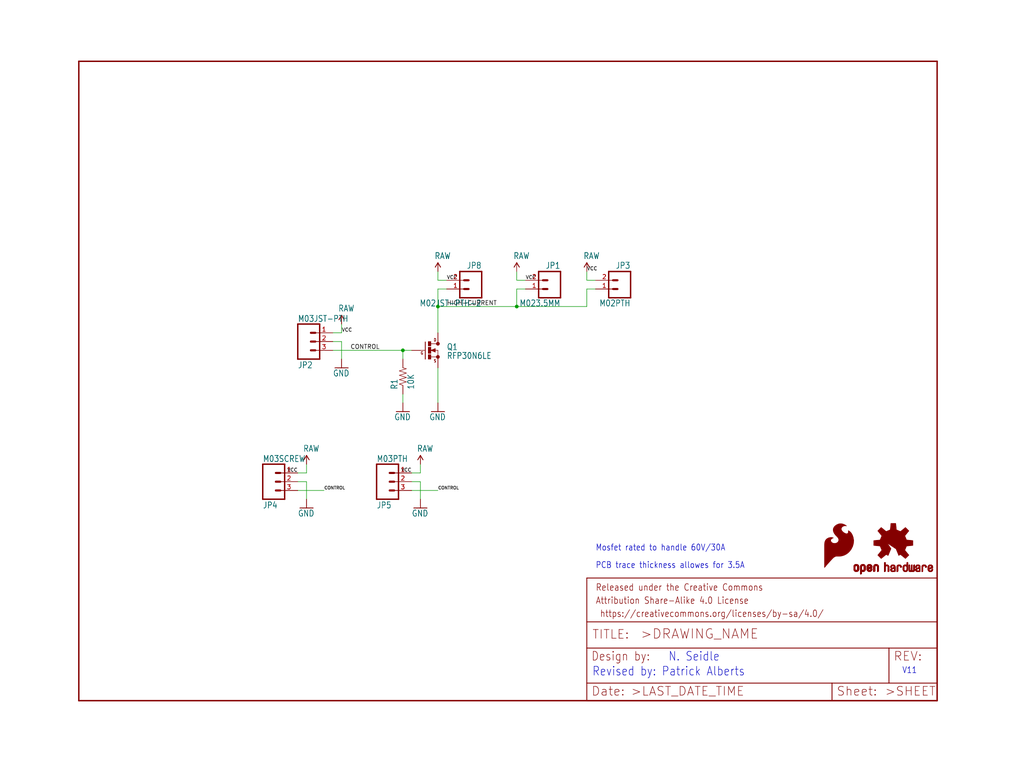
<source format=kicad_sch>
(kicad_sch (version 20211123) (generator eeschema)
  (paper "User" 297.002 223.926)
  (lib_symbols
    (symbol "eagleSchem-eagle-import:FRAME-LETTER"
      (symbol "FRAME-LETTER_2_0"
        (text " https://creativecommons.org/licenses/by-sa/4.0/" (at 2.54 24.13 0) (effects (font (size 1.9304 1.6408)) (justify left bottom)))
        (text ">DRAWING_NAME" (at 15.494 17.78 0) (effects (font (size 2.7432 2.7432)) (justify left bottom)))
        (text ">LAST_DATE_TIME" (at 12.7 1.27 0) (effects (font (size 2.54 2.54)) (justify left bottom)))
        (text ">SHEET" (at 86.36 1.27 0) (effects (font (size 2.54 2.54)) (justify left bottom)))
        (text "Attribution Share-Alike 4.0 License" (at 2.54 27.94 0) (effects (font (size 1.9304 1.6408)) (justify left bottom)))
        (text "Date:" (at 1.27 1.27 0) (effects (font (size 2.54 2.54)) (justify left bottom)))
        (text "Design by:" (at 1.27 11.43 0) (effects (font (size 2.54 2.159)) (justify left bottom)))
        (text "Released under the Creative Commons" (at 2.54 31.75 0) (effects (font (size 1.9304 1.6408)) (justify left bottom)))
        (text "REV:" (at 88.9 11.43 0) (effects (font (size 2.54 2.54)) (justify left bottom)))
        (text "Sheet:" (at 72.39 1.27 0) (effects (font (size 2.54 2.54)) (justify left bottom)))
        (text "TITLE:" (at 1.524 17.78 0) (effects (font (size 2.54 2.54)) (justify left bottom)))
      )
    )
    (symbol "eagleSchem-eagle-import:GND" (power)
      (property "Value" "GND" (at -2.54 -2.54 0))
      (symbol "GND_1_0"
        (pin power_in line (at 0 2.54 270) (length 2.54) (name "GND") (number "1"))
      )
    )
    (symbol "eagleSchem-eagle-import:M023.5MM"
      (property "Reference" "JP" (at -2.54 5.842 0))
      (property "Value" "M023.5MM" (at -2.54 -5.08 0))
      (symbol "M023.5MM_1_0"
        (pin passive line (at 7.62 0 180) (length 5.08) (name "1") (number "1"))
        (pin passive line (at 7.62 2.54 180) (length 5.08) (name "2") (number "2"))
      )
    )
    (symbol "eagleSchem-eagle-import:M02JST-PTH-2"
      (property "Reference" "JP" (at -2.54 5.842 0))
      (property "Value" "M02JST-PTH-2" (at -2.54 -5.08 0))
      (symbol "M02JST-PTH-2_1_0"
        (pin passive line (at 7.62 0 180) (length 5.08) (name "1") (number "1"))
        (pin passive line (at 7.62 2.54 180) (length 5.08) (name "2") (number "2"))
      )
    )
    (symbol "eagleSchem-eagle-import:M02PTH"
      (property "Reference" "JP" (at -2.54 5.842 0))
      (property "Value" "M02PTH" (at -2.54 -5.08 0))
      (symbol "M02PTH_1_0"
        (pin passive line (at 7.62 0 180) (length 5.08) (name "1") (number "1"))
        (pin passive line (at 7.62 2.54 180) (length 5.08) (name "2") (number "2"))
      )
    )
    (symbol "eagleSchem-eagle-import:M03JST-PTH"
      (property "Reference" "JP" (at -2.54 5.842 0))
      (property "Value" "M03JST-PTH" (at -2.54 -7.62 0))
      (symbol "M03JST-PTH_1_0"
        (pin passive line (at 7.62 -2.54 180) (length 5.08) (name "1") (number "1"))
        (pin passive line (at 7.62 0 180) (length 5.08) (name "2") (number "2"))
        (pin passive line (at 7.62 2.54 180) (length 5.08) (name "3") (number "3"))
      )
    )
    (symbol "eagleSchem-eagle-import:M03PTH"
      (property "Reference" "JP" (at -2.54 5.842 0))
      (property "Value" "M03PTH" (at -2.54 -7.62 0))
      (symbol "M03PTH_1_0"
        (pin passive line (at 7.62 -2.54 180) (length 5.08) (name "1") (number "1"))
        (pin passive line (at 7.62 0 180) (length 5.08) (name "2") (number "2"))
        (pin passive line (at 7.62 2.54 180) (length 5.08) (name "3") (number "3"))
      )
    )
    (symbol "eagleSchem-eagle-import:M03SCREW"
      (property "Reference" "JP" (at -2.54 5.842 0))
      (property "Value" "M03SCREW" (at -2.54 -7.62 0))
      (symbol "M03SCREW_1_0"
        (pin passive line (at 7.62 -2.54 180) (length 5.08) (name "1") (number "1"))
        (pin passive line (at 7.62 0 180) (length 5.08) (name "2") (number "2"))
        (pin passive line (at 7.62 2.54 180) (length 5.08) (name "3") (number "3"))
      )
    )
    (symbol "eagleSchem-eagle-import:MOSFET-NCHANNELPTH2"
      (property "Reference" "Q" (at 2.54 0 0))
      (property "Value" "MOSFET-NCHANNELPTH2" (at 2.54 -2.54 0))
      (symbol "MOSFET-NCHANNELPTH2_1_0"
        (text "D" (at -1.27 2.54 0) (effects (font (size 0.8128 0.6908)) (justify left bottom)))
        (text "G" (at -5.08 -1.27 0) (effects (font (size 0.8128 0.6908)) (justify left bottom)))
        (text "S" (at -1.27 -3.556 0) (effects (font (size 0.8128 0.6908)) (justify left bottom)))
        (pin passive line (at -7.62 0 0) (length 2.54) (name "G") (number "1"))
        (pin passive line (at 0 5.08 270) (length 2.54) (name "D") (number "2"))
        (pin passive line (at 0 -5.08 90) (length 2.54) (name "S") (number "3"))
      )
    )
    (symbol "eagleSchem-eagle-import:OSHW-LOGOS")
    (symbol "eagleSchem-eagle-import:RESISTORPTH1"
      (property "Reference" "R" (at -3.81 1.4986 0))
      (property "Value" "RESISTORPTH1" (at -3.81 -3.302 0))
      (symbol "RESISTORPTH1_1_0"
        (pin passive line (at -5.08 0 0) (length 2.54) (name "1") (number "P$1"))
        (pin passive line (at 5.08 0 180) (length 2.54) (name "2") (number "P$2"))
      )
    )
    (symbol "eagleSchem-eagle-import:SFE_LOGO_FLAME.1_INCH")
    (symbol "eagleSchem-eagle-import:VCC" (power)
      (property "Value" "VCC" (at -1.016 3.556 0))
      (symbol "VCC_1_0"
        (pin power_in line (at 0 0 90) (length 2.54) (name "VCC") (number "1"))
      )
    )
  )
  (junction (at 127 88.9))
  (junction (at 116.84 101.6))
  (junction (at 149.86 88.9))
  (wire (pts (xy 86.36 137.16) (xy 88.9 137.16)))
  (wire (pts (xy 119.38 137.16) (xy 121.92 137.16)))
  (wire (pts (xy 127 88.9) (xy 127 96.52)))
  (wire (pts (xy 170.18 83.82) (xy 170.18 88.9)))
  (wire (pts (xy 149.86 88.9) (xy 127 88.9)))
  (wire (pts (xy 129.54 81.28) (xy 127 81.28)))
  (wire (pts (xy 119.38 139.7) (xy 121.92 139.7)))
  (wire (pts (xy 127 81.28) (xy 127 78.74)))
  (wire (pts (xy 86.36 139.7) (xy 88.9 139.7)))
  (wire (pts (xy 127 116.84) (xy 127 106.68)))
  (wire (pts (xy 99.06 96.52) (xy 99.06 93.98)))
  (wire (pts (xy 96.52 99.06) (xy 99.06 99.06)))
  (wire (pts (xy 88.9 139.7) (xy 88.9 144.78)))
  (wire (pts (xy 170.18 81.28) (xy 172.72 81.28)))
  (wire (pts (xy 121.92 137.16) (xy 121.92 134.62)))
  (wire (pts (xy 149.86 83.82) (xy 149.86 88.9)))
  (wire (pts (xy 116.84 116.84) (xy 116.84 114.3)))
  (wire (pts (xy 119.38 142.24) (xy 127 142.24)))
  (wire (pts (xy 129.54 83.82) (xy 127 83.82)))
  (wire (pts (xy 119.38 101.6) (xy 116.84 101.6)))
  (wire (pts (xy 170.18 78.74) (xy 170.18 81.28)))
  (wire (pts (xy 116.84 101.6) (xy 116.84 104.14)))
  (wire (pts (xy 152.4 83.82) (xy 149.86 83.82)))
  (wire (pts (xy 88.9 137.16) (xy 88.9 134.62)))
  (wire (pts (xy 96.52 101.6) (xy 116.84 101.6)))
  (wire (pts (xy 121.92 139.7) (xy 121.92 144.78)))
  (wire (pts (xy 99.06 96.52) (xy 96.52 96.52)))
  (wire (pts (xy 172.72 83.82) (xy 170.18 83.82)))
  (wire (pts (xy 152.4 81.28) (xy 149.86 81.28)))
  (wire (pts (xy 170.18 88.9) (xy 149.86 88.9)))
  (wire (pts (xy 99.06 99.06) (xy 99.06 104.14)))
  (wire (pts (xy 149.86 81.28) (xy 149.86 78.74)))
  (wire (pts (xy 86.36 142.24) (xy 93.98 142.24)))
  (wire (pts (xy 127 83.82) (xy 127 88.9)))
  (text "Revised by: Patrick Alberts" (at 171.704 196.342 180) (effects (font (size 2.54 2.159)) (justify left bottom)))
  (text "N. Seidle" (at 193.802 192.024 180) (effects (font (size 2.54 2.159)) (justify left bottom)))
  (text "Mosfet rated to handle 60V/30A" (at 172.72 160.02 180) (effects (font (size 1.778 1.5113)) (justify left bottom)))
  (text "V11" (at 261.62 195.58 180) (effects (font (size 1.778 1.5113)) (justify left bottom)))
  (text "PCB trace thickness allowes for 3.5A" (at 172.72 165.1 180) (effects (font (size 1.778 1.5113)) (justify left bottom)))
  (label "VCC" (at 99.06 96.52 0) (effects (font (size 1.016 1.016))))
  (label "CONTROL" (at 93.98 142.24 0) (effects (font (size 0.889 0.889))))
  (label "VCC" (at 170.18 78.74 0) (effects (font (size 1.016 1.016))))
  (label "HIGH-CURRENT" (at 129.54 88.9 0) (effects (font (size 1.2446 1.2446))))
  (label "CONTROL" (at 127 142.24 0) (effects (font (size 0.889 0.889))))
  (label "VCC" (at 152.4 81.28 0) (effects (font (size 1.016 1.016))))
  (label "VCC" (at 129.54 81.28 0) (effects (font (size 1.016 1.016))))
  (label "VCC" (at 86.36 137.16 180) (effects (font (size 1.016 1.016))))
  (label "VCC" (at 119.38 137.16 180) (effects (font (size 1.016 1.016))))
  (label "CONTROL" (at 101.6 101.6 0) (effects (font (size 1.2446 1.2446))))
  (symbol (lib_id "eagleSchem-eagle-import:GND") (at 88.9 147.32 0) (unit 1)
    (property "Reference" "#GND3" (effects hide))
    (property "Value" "GND" (at 86.36 149.86 0) (effects (font (size 1.778 1.5113)) (justify left bottom)))
    (property "Footprint" "eagleSchem:" (effects hide))
  )
  (symbol (lib_id "eagleSchem-eagle-import:SFE_LOGO_FLAME.1_INCH") (at 238.76 165.1 0) (unit 1)
    (property "Reference" "LOGO2" (effects hide))
    (property "Value" "SFE_LOGO_FLAME.1_INCH" (effects hide))
    (property "Footprint" "eagleSchem:SFE_LOGO_FLAME_.1" (effects hide))
  )
  (symbol (lib_id "eagleSchem-eagle-import:M02JST-PTH-2") (at 137.16 83.82 0) (mirror y) (unit 1)
    (property "Reference" "JP8" (at 139.7 77.978 0) (effects (font (size 1.778 1.5113)) (justify left bottom)))
    (property "Value" "M02JST-PTH-2" (at 139.7 88.9 0) (effects (font (size 1.778 1.5113)) (justify left bottom)))
    (property "Footprint" "eagleSchem:JST-2-PTH" (effects hide))
  )
  (symbol (lib_id "eagleSchem-eagle-import:GND") (at 116.84 119.38 0) (unit 1)
    (property "Reference" "#GND1" (effects hide))
    (property "Value" "GND" (at 114.3 121.92 0) (effects (font (size 1.778 1.5113)) (justify left bottom)))
    (property "Footprint" "eagleSchem:" (effects hide))
  )
  (symbol (lib_id "eagleSchem-eagle-import:GND") (at 121.92 147.32 0) (unit 1)
    (property "Reference" "#GND4" (effects hide))
    (property "Value" "GND" (at 119.38 149.86 0) (effects (font (size 1.778 1.5113)) (justify left bottom)))
    (property "Footprint" "eagleSchem:" (effects hide))
  )
  (symbol (lib_id "eagleSchem-eagle-import:VCC") (at 99.06 93.98 0) (unit 1)
    (property "Reference" "#P+1" (effects hide))
    (property "Value" "RAW" (at 98.044 90.424 0) (effects (font (size 1.778 1.5113)) (justify left bottom)))
    (property "Footprint" "eagleSchem:" (effects hide))
  )
  (symbol (lib_id "eagleSchem-eagle-import:VCC") (at 121.92 134.62 0) (unit 1)
    (property "Reference" "#P+6" (effects hide))
    (property "Value" "RAW" (at 120.904 131.064 0) (effects (font (size 1.778 1.5113)) (justify left bottom)))
    (property "Footprint" "eagleSchem:" (effects hide))
  )
  (symbol (lib_id "eagleSchem-eagle-import:M03PTH") (at 111.76 139.7 0) (mirror x) (unit 1)
    (property "Reference" "JP5" (at 109.22 145.542 0) (effects (font (size 1.778 1.5113)) (justify left bottom)))
    (property "Value" "M03PTH" (at 109.22 132.08 0) (effects (font (size 1.778 1.5113)) (justify left bottom)))
    (property "Footprint" "eagleSchem:1X03" (effects hide))
  )
  (symbol (lib_id "eagleSchem-eagle-import:VCC") (at 127 78.74 0) (unit 1)
    (property "Reference" "#P+2" (effects hide))
    (property "Value" "RAW" (at 125.984 75.184 0) (effects (font (size 1.778 1.5113)) (justify left bottom)))
    (property "Footprint" "eagleSchem:" (effects hide))
  )
  (symbol (lib_id "eagleSchem-eagle-import:MOSFET-NCHANNELPTH2") (at 127 101.6 0) (unit 1)
    (property "Reference" "Q1" (at 129.54 101.6 0) (effects (font (size 1.778 1.5113)) (justify left bottom)))
    (property "Value" "RFP30N6LE" (at 129.54 104.14 0) (effects (font (size 1.778 1.5113)) (justify left bottom)))
    (property "Footprint" "eagleSchem:TO220V" (effects hide))
  )
  (symbol (lib_id "eagleSchem-eagle-import:RESISTORPTH1") (at 116.84 109.22 90) (unit 1)
    (property "Reference" "R1" (at 115.3414 113.03 0) (effects (font (size 1.778 1.5113)) (justify left bottom)))
    (property "Value" "10K" (at 120.142 113.03 0) (effects (font (size 1.778 1.5113)) (justify left bottom)))
    (property "Footprint" "eagleSchem:AXIAL-0.3" (effects hide))
  )
  (symbol (lib_id "eagleSchem-eagle-import:OSHW-LOGOS") (at 259.08 157.48 0) (unit 1)
    (property "Reference" "LOGO1" (effects hide))
    (property "Value" "OSHW-LOGOS" (effects hide))
    (property "Footprint" "eagleSchem:OSHW-LOGO-S" (effects hide))
  )
  (symbol (lib_id "eagleSchem-eagle-import:M03SCREW") (at 78.74 139.7 0) (mirror x) (unit 1)
    (property "Reference" "JP4" (at 76.2 145.542 0) (effects (font (size 1.778 1.5113)) (justify left bottom)))
    (property "Value" "M03SCREW" (at 76.2 132.08 0) (effects (font (size 1.778 1.5113)) (justify left bottom)))
    (property "Footprint" "eagleSchem:SCREWTERMINAL-3.5MM-3" (effects hide))
  )
  (symbol (lib_id "eagleSchem-eagle-import:FRAME-LETTER") (at 22.86 203.2 0) (unit 1)
    (property "Reference" "FRAME1" (effects hide))
    (property "Value" "FRAME-LETTER" (effects hide))
    (property "Footprint" "eagleSchem:CREATIVE_COMMONS" (effects hide))
  )
  (symbol (lib_id "eagleSchem-eagle-import:VCC") (at 149.86 78.74 0) (unit 1)
    (property "Reference" "#P+4" (effects hide))
    (property "Value" "RAW" (at 148.844 75.184 0) (effects (font (size 1.778 1.5113)) (justify left bottom)))
    (property "Footprint" "eagleSchem:" (effects hide))
  )
  (symbol (lib_id "eagleSchem-eagle-import:FRAME-LETTER") (at 170.18 203.2 0) (unit 2)
    (property "Reference" "FRAME1" (effects hide))
    (property "Value" "FRAME-LETTER" (effects hide))
    (property "Footprint" "eagleSchem:CREATIVE_COMMONS" (effects hide))
  )
  (symbol (lib_id "eagleSchem-eagle-import:VCC") (at 170.18 78.74 0) (unit 1)
    (property "Reference" "#P+5" (effects hide))
    (property "Value" "RAW" (at 169.164 75.184 0) (effects (font (size 1.778 1.5113)) (justify left bottom)))
    (property "Footprint" "eagleSchem:" (effects hide))
  )
  (symbol (lib_id "eagleSchem-eagle-import:M03JST-PTH") (at 88.9 99.06 0) (mirror x) (unit 1)
    (property "Reference" "JP2" (at 86.36 104.902 0) (effects (font (size 1.778 1.5113)) (justify left bottom)))
    (property "Value" "M03JST-PTH" (at 86.36 91.44 0) (effects (font (size 1.778 1.5113)) (justify left bottom)))
    (property "Footprint" "eagleSchem:JST-3-PTH" (effects hide))
  )
  (symbol (lib_id "eagleSchem-eagle-import:VCC") (at 88.9 134.62 0) (unit 1)
    (property "Reference" "#P+3" (effects hide))
    (property "Value" "RAW" (at 87.884 131.064 0) (effects (font (size 1.778 1.5113)) (justify left bottom)))
    (property "Footprint" "eagleSchem:" (effects hide))
  )
  (symbol (lib_id "eagleSchem-eagle-import:GND") (at 127 119.38 0) (unit 1)
    (property "Reference" "#GND5" (effects hide))
    (property "Value" "GND" (at 124.46 121.92 0) (effects (font (size 1.778 1.5113)) (justify left bottom)))
    (property "Footprint" "eagleSchem:" (effects hide))
  )
  (symbol (lib_id "eagleSchem-eagle-import:M02PTH") (at 180.34 83.82 0) (mirror y) (unit 1)
    (property "Reference" "JP3" (at 182.88 77.978 0) (effects (font (size 1.778 1.5113)) (justify left bottom)))
    (property "Value" "M02PTH" (at 182.88 88.9 0) (effects (font (size 1.778 1.5113)) (justify left bottom)))
    (property "Footprint" "eagleSchem:1X02" (effects hide))
  )
  (symbol (lib_id "eagleSchem-eagle-import:GND") (at 99.06 106.68 0) (unit 1)
    (property "Reference" "#GND2" (effects hide))
    (property "Value" "GND" (at 96.52 109.22 0) (effects (font (size 1.778 1.5113)) (justify left bottom)))
    (property "Footprint" "eagleSchem:" (effects hide))
  )
  (symbol (lib_id "eagleSchem-eagle-import:M023.5MM") (at 160.02 83.82 0) (mirror y) (unit 1)
    (property "Reference" "JP1" (at 162.56 77.978 0) (effects (font (size 1.778 1.5113)) (justify left bottom)))
    (property "Value" "M023.5MM" (at 162.56 88.9 0) (effects (font (size 1.778 1.5113)) (justify left bottom)))
    (property "Footprint" "eagleSchem:SCREWTERMINAL-3.5MM-2" (effects hide))
  )
)
</source>
